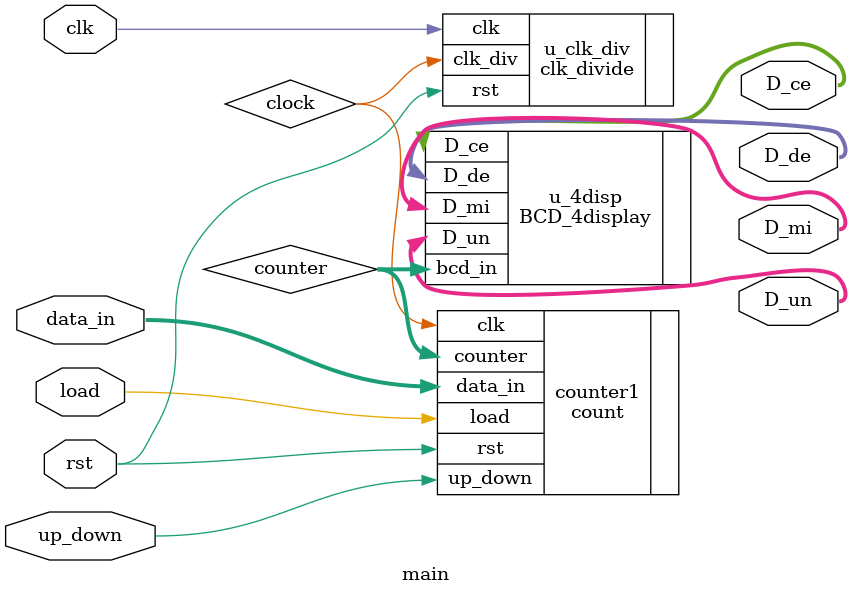
<source format=v>
module main(
   input clk,
	input rst,
	input up_down,
	input load,
	input [6:0] data_in,
	output [0:6] D_un,D_de,D_ce,D_mi
);

wire clock;
wire [7:0] counter;


clk_divide  u_clk_div (
    .clk(clk),
    .rst(rst),
    .clk_div(clock)
);

count counter1(.clk(clock),.rst(rst),
	.up_down(up_down),
	.load(load),
	.data_in(data_in),
	 .counter(counter));

BCD_4display  u_4disp (
   .bcd_in(counter),.D_un(D_un),.D_de(D_de),.D_ce(D_ce),.D_mi(D_mi)
);

endmodule
</source>
